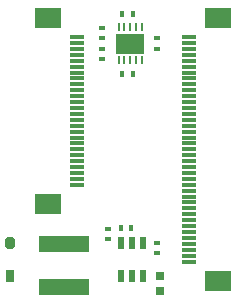
<source format=gtp>
G04*
G04 #@! TF.GenerationSoftware,Altium Limited,Altium Designer,21.3.2 (30)*
G04*
G04 Layer_Color=8421504*
%FSLAX44Y44*%
%MOMM*%
G71*
G04*
G04 #@! TF.SameCoordinates,B60BEB59-0ECC-4B8A-8E76-113AF4395072*
G04*
G04*
G04 #@! TF.FilePolarity,Positive*
G04*
G01*
G75*
%ADD17R,1.3000X0.3000*%
%ADD18R,2.2000X1.8000*%
G04:AMPARAMS|DCode=19|XSize=1mm|YSize=0.8mm|CornerRadius=0mm|HoleSize=0mm|Usage=FLASHONLY|Rotation=90.000|XOffset=0mm|YOffset=0mm|HoleType=Round|Shape=Octagon|*
%AMOCTAGOND19*
4,1,8,0.2000,0.5000,-0.2000,0.5000,-0.4000,0.3000,-0.4000,-0.3000,-0.2000,-0.5000,0.2000,-0.5000,0.4000,-0.3000,0.4000,0.3000,0.2000,0.5000,0.0*
%
%ADD19OCTAGOND19*%

%ADD20R,0.8000X1.0000*%
%ADD21R,0.5000X0.4000*%
%ADD22R,0.4000X0.5000*%
%ADD23R,0.5500X1.0000*%
%ADD24R,0.7620X0.7620*%
%ADD25R,0.2800X0.6650*%
%ADD26R,2.4000X1.7000*%
%ADD27R,4.2000X1.4000*%
D17*
X158750Y218830D02*
D03*
Y213830D02*
D03*
Y208830D02*
D03*
Y203830D02*
D03*
Y198830D02*
D03*
Y193830D02*
D03*
Y188830D02*
D03*
Y183830D02*
D03*
Y178830D02*
D03*
Y173830D02*
D03*
Y168830D02*
D03*
Y163830D02*
D03*
Y158830D02*
D03*
Y153830D02*
D03*
Y148830D02*
D03*
Y143830D02*
D03*
Y138830D02*
D03*
Y133830D02*
D03*
Y128830D02*
D03*
Y123830D02*
D03*
Y118830D02*
D03*
Y113830D02*
D03*
Y108830D02*
D03*
Y103830D02*
D03*
Y98830D02*
D03*
Y93830D02*
D03*
Y88830D02*
D03*
Y83830D02*
D03*
Y78830D02*
D03*
Y73830D02*
D03*
Y58830D02*
D03*
Y53830D02*
D03*
Y48830D02*
D03*
Y43830D02*
D03*
Y38830D02*
D03*
Y33830D02*
D03*
Y28830D02*
D03*
Y63830D02*
D03*
Y68830D02*
D03*
X64340Y93830D02*
D03*
Y98830D02*
D03*
Y103830D02*
D03*
Y108830D02*
D03*
Y113830D02*
D03*
Y118830D02*
D03*
Y123830D02*
D03*
Y128830D02*
D03*
Y133830D02*
D03*
Y138830D02*
D03*
Y143830D02*
D03*
Y148830D02*
D03*
Y153830D02*
D03*
Y158830D02*
D03*
Y163830D02*
D03*
Y168830D02*
D03*
Y173830D02*
D03*
Y188830D02*
D03*
Y193830D02*
D03*
Y198830D02*
D03*
Y203830D02*
D03*
Y208830D02*
D03*
Y213830D02*
D03*
Y218830D02*
D03*
Y183830D02*
D03*
Y178830D02*
D03*
D18*
X183720Y235330D02*
D03*
X183720Y12330D02*
D03*
X39370Y77330D02*
D03*
Y235330D02*
D03*
D19*
X7620Y44480D02*
D03*
D20*
Y16480D02*
D03*
D21*
X132080Y44890D02*
D03*
Y36390D02*
D03*
X90677Y47540D02*
D03*
X90678Y56539D02*
D03*
X85091Y208969D02*
D03*
X85090Y199970D02*
D03*
Y218000D02*
D03*
Y226500D02*
D03*
X132081Y217859D02*
D03*
X132080Y208860D02*
D03*
D22*
X109909Y57149D02*
D03*
X100910Y57150D02*
D03*
X111179Y187959D02*
D03*
X102180Y187960D02*
D03*
X111179Y238759D02*
D03*
X102180Y238760D02*
D03*
D23*
X119990Y16479D02*
D03*
X110491D02*
D03*
X100992D02*
D03*
Y44481D02*
D03*
X110491D02*
D03*
X119990Y44481D02*
D03*
D24*
X134619Y16661D02*
D03*
Y3661D02*
D03*
D25*
X119220Y227435D02*
D03*
X114220D02*
D03*
X109220D02*
D03*
X104220D02*
D03*
X99220D02*
D03*
Y199285D02*
D03*
X104220D02*
D03*
X109220D02*
D03*
X114220D02*
D03*
X119220D02*
D03*
D26*
X109220Y213360D02*
D03*
D27*
X53340Y6900D02*
D03*
Y43900D02*
D03*
M02*

</source>
